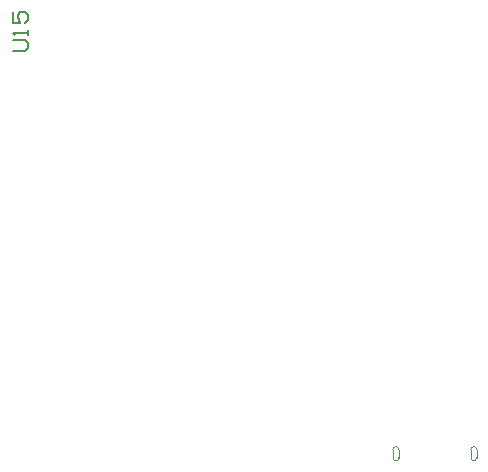
<source format=gm1>
G04*
G04 #@! TF.GenerationSoftware,Altium Limited,Altium Designer,22.1.2 (22)*
G04*
G04 Layer_Color=16711935*
%FSLAX25Y25*%
%MOIN*%
G70*
G04*
G04 #@! TF.SameCoordinates,56094753-5DA1-4506-B589-AA1800A80C84*
G04*
G04*
G04 #@! TF.FilePolarity,Positive*
G04*
G01*
G75*
%ADD173C,0.00000*%
%ADD174C,0.00591*%
D173*
X223675Y-6384D02*
G03*
X222691Y-7369I0J-984D01*
G01*
X224659D02*
G03*
X223675Y-6384I-984J0D01*
G01*
Y-11109D02*
G03*
X224659Y-10125I0J984D01*
G01*
X222691D02*
G03*
X223675Y-11109I984J0D01*
G01*
X249659Y-6384D02*
G03*
X248675Y-7369I0J-984D01*
G01*
X250643D02*
G03*
X249659Y-6384I-984J0D01*
G01*
Y-11109D02*
G03*
X250643Y-10125I0J984D01*
G01*
X248675D02*
G03*
X249659Y-11109I984J0D01*
G01*
X248675Y-10125D02*
Y-7369D01*
X250643Y-10125D02*
Y-7369D01*
X222690Y-10125D02*
Y-7369D01*
X224659Y-10125D02*
Y-7369D01*
D174*
X95918Y125577D02*
X100181D01*
X101034Y126430D01*
Y128136D01*
X100181Y128988D01*
X95918D01*
X101034Y130694D02*
Y132399D01*
Y131546D01*
X95918D01*
X96771Y130694D01*
X95918Y138368D02*
Y134958D01*
X98476D01*
X97623Y136663D01*
Y137516D01*
X98476Y138368D01*
X100181D01*
X101034Y137516D01*
Y135810D01*
X100181Y134958D01*
M02*

</source>
